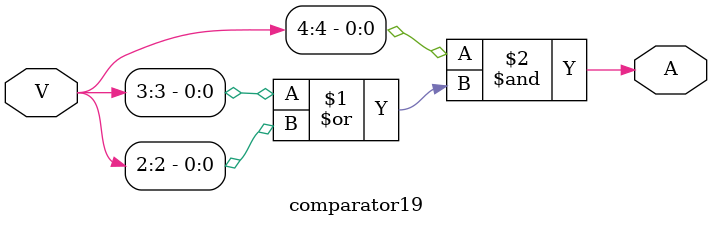
<source format=v>
module part4 (SW, LEDR, HEX3, HEX2, HEX1, HEX0);
  input [8:0] SW;
  output [4:0] LEDR;
  output [6:0] HEX3, HEX2, HEX1, HEX0;
  wire s1, s2;

  b2d_7seg C0 (SW[3:0], HEX3);
  b2d_7seg C1 (SW[7:4], HEX2);

  wire c1, c2, c3;
  wire [4:0] S;

  fulladder A0 (SW[0], SW[4], SW[8], S[0], c1);
  fulladder A1 (SW[1], SW[5], c1, S[1], c2);
  fulladder A2 (SW[2], SW[6], c2, S[2], c3);
  fulladder A3 (SW[3], SW[7], c3, S[3], S[4]);

  assign LEDR[4:0] = S[4:0];

  wire z,en;
  wire [3:0] A, M;

  comparator9 C2 (S[4:0], z);
  circuitA A4 (S[3:0], A);
  mux_4bit_2to1 M0 (z, S[3:0], A, M);
  comparator19 comp19 (S[4:0], en);
  circuitB B0 (en, z, HEX1);
  b2d_7seg0 S0 (~en, M, HEX0);

endmodule

module b2d_7seg0 (en,X, SSD);
  input [3:0] X;
  output [6:0] SSD;
  reg [6:0] SSD;
  input en;

always @ (*)
if (en) begin
  SSD[0] = (X[3] &  ~X[2] & X[1] & ~X[0]) | (X[3] &  ~X[2] & X[1] & X[0]) | (X[3] &  X[2] & ~X[1] & ~X[0]) | (X[3] &  X[2] & ~X[1] & X[0]) | (X[3] &  X[2] & X[1] & ~X[0]) | (X[3] &  X[2] & X[1] & X[0])|(~X[3] &  X[2] & ~X[1] & ~X[0]) | (~X[3] &  ~X[2] & ~X[1] & X[0]) ;
  SSD[1] = (~X[3] & X[2] & ~X[1] & X[0]) | (~X[3] & X[2] & X[1] & ~X[0]) | (X[3] &  ~X[2] & X[1] & ~X[0]) | (X[3] &  ~X[2] & X[1] & X[0]) | (X[3] &  X[2] & ~X[1] & ~X[0]) | (X[3] &  X[2] & ~X[1] & X[0]) | (X[3] &  X[2] & X[1] & ~X[0]) | (X[3] &  X[2] & X[1] & X[0]);
  SSD[2] =  (X[3] &  ~X[2] & X[1] & ~X[0]) | (X[3] &  ~X[2] & X[1] & X[0]) | (X[3] &  X[2] & ~X[1] & ~X[0]) | (X[3] &  X[2] & ~X[1] & X[0]) | (X[3] &  X[2] & X[1] & ~X[0]) | (X[3] &  X[2] & X[1] & X[0])|(~X[3] & ~X[2] &  X[1] & ~X[0]);
  SSD[3] = (~X[3] & ~X[2] & ~X[1] &  X[0]) | (~X[3] &  X[2] & ~X[1] & ~X[0]) | (~X[3] &  X[2] & X[1] & X[0]) | (X[3] & ~X[2] & ~X[1] & X[0]) | (X[3] &  ~X[2] & X[1] & ~X[0]) | (X[3] &  ~X[2] & X[1] & X[0]) | (X[3] &  X[2] & ~X[1] & ~X[0]) | (X[3] &  X[2] & ~X[1] & X[0]) | (X[3] &  X[2] & X[1] & ~X[0]) | (X[3] &  X[2] & X[1] & X[0]);
  SSD[4] = ~((~X[2] & ~X[0]) | (X[1] & ~X[0]));
  SSD[5] = (~X[3] & ~X[2] & ~X[1] &  X[0]) | (~X[3] & ~X[2] &  X[1] & ~X[0]) | (~X[3] & ~X[2] & X[1] & X[0]) | (~X[3] & X[2] & X[1] & X[0]) | (X[3] &  ~X[2] & X[1] & ~X[0]) | (X[3] &  ~X[2] & X[1] & X[0]) | (X[3] &  X[2] & ~X[1] & ~X[0]) | (X[3] &  X[2] & ~X[1] & X[0]) | (X[3] &  X[2] & X[1] & ~X[0]) | (X[3] &  X[2] & X[1] & X[0]);
  SSD[6] = (~X[3] & ~X[2] & ~X[1] &  X[0]) | (~X[3] & ~X[2] & ~X[1] & ~X[0]) | (~X[3] &  X[2] & X[1] & X[0]) | (X[3] &  ~X[2] & X[1] & ~X[0]) | (X[3] &  ~X[2] & X[1] & X[0]) | (X[3] &  X[2] & ~X[1] & ~X[0]) | (X[3] &  X[2] & ~X[1] & X[0]) | (X[3] &  X[2] & X[1] & ~X[0]) | (X[3] &  X[2] & X[1] & X[0]);
end
else begin
SSD[6:0] = 7'b1000000;
end

endmodule
module b2d_7seg (X, SSD);
       input [3:0] X;
       output [6:0] SSD;
      
assign SSD = (X[3:0] == 4'b0000) ? 7'b0000001 :
             (X[3:0] == 4'b0001) ? 7'b1001111 : 
             (X[3:0] == 4'b0010) ? 7'b0010010: 
             (X[3:0] == 4'b0011) ? 7'b0000110 : 
             (X[3:0] == 4'b0100) ? 7'b1001100 : 
             (X[3:0] == 4'b0101) ? 7'b0100100 :
             (X[3:0] == 4'b0110) ? 7'b0100000 :
             (X[3:0] == 4'b0111) ? 7'b0001111 :
             (X[3:0] == 4'b1000) ? 7'b0000000 :
             (X[3:0] == 4'b1001) ? 7'b0001100 :
             7'b1111111;

endmodule

module comparator9 (V, A);
  input [4:0] V;
  output A;

  assign A = V[4] | ((V[3] & V[2]) | (V[3] & V[1]));
endmodule

module circuitA (V, A);
  input [3:0] V;
  output [3:0] A;

  assign A[0] = V[0];
  assign A[1] = ~V[1];
  assign A[2] = (~V[3] & ~V[1]) | (V[2] & V[1]);
  assign A[3] = (~V[3] & V[1]);
endmodule

module circuitB (en,z, SSD);
  input z,en;
  output [6:0] SSD;
  reg [6:0] SSD;

always @(*)
if (~en & z) begin
SSD[6:0] = 7'b1111001;
end
else begin
SSD[6:0] = 7'b1000000;
end
endmodule

module mux_4bit_2to1 (S, U, V, M);
  input S;
  input [3:0] U, V;
  output [3:0] M;

  assign M = ({4{~S}} & U) | ({4{S}} & V);
endmodule

module fulladder (a, b, cin, s, cout);
  input a, b, cin;
  output cout, s;

  wire d;

  assign d = a ^ b;
  assign s = d ^ cin;
  assign cout = (b & ~d) | (d & cin);
endmodule

module comparator19(V,A);
input [4:0]V;
output A;

assign A = (V[4]&(V[3]|V[2]));
endmodule


</source>
